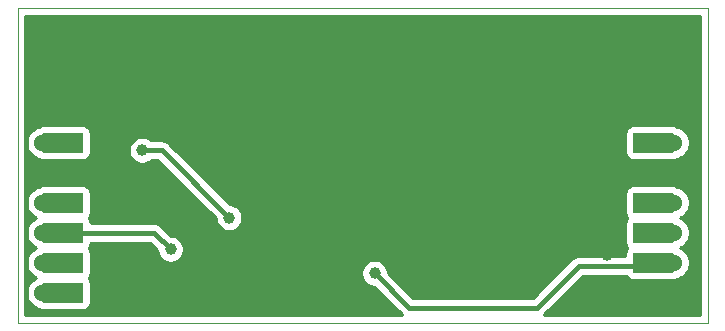
<source format=gbr>
%TF.GenerationSoftware,KiCad,Pcbnew,(5.1.6)-1*%
%TF.CreationDate,2020-12-16T00:39:39+01:00*%
%TF.ProjectId,02_Batt_Alim,30325f42-6174-4745-9f41-6c696d2e6b69,rev?*%
%TF.SameCoordinates,Original*%
%TF.FileFunction,Copper,L2,Bot*%
%TF.FilePolarity,Positive*%
%FSLAX46Y46*%
G04 Gerber Fmt 4.6, Leading zero omitted, Abs format (unit mm)*
G04 Created by KiCad (PCBNEW (5.1.6)-1) date 2020-12-16 00:39:39*
%MOMM*%
%LPD*%
G01*
G04 APERTURE LIST*
%TA.AperFunction,Profile*%
%ADD10C,0.050000*%
%TD*%
%TA.AperFunction,SMDPad,CuDef*%
%ADD11R,2.524000X1.700000*%
%TD*%
%TA.AperFunction,ComponentPad*%
%ADD12C,1.524000*%
%TD*%
%TA.AperFunction,ComponentPad*%
%ADD13R,1.700000X1.700000*%
%TD*%
%TA.AperFunction,SMDPad,CuDef*%
%ADD14R,2.200000X3.300000*%
%TD*%
%TA.AperFunction,ComponentPad*%
%ADD15C,1.000000*%
%TD*%
%TA.AperFunction,ViaPad*%
%ADD16C,1.000000*%
%TD*%
%TA.AperFunction,Conductor*%
%ADD17C,0.400000*%
%TD*%
%TA.AperFunction,Conductor*%
%ADD18C,1.000000*%
%TD*%
%TA.AperFunction,Conductor*%
%ADD19C,0.254000*%
%TD*%
G04 APERTURE END LIST*
D10*
X99441000Y-54610000D02*
X99441000Y-81280000D01*
X157861000Y-54610000D02*
X99441000Y-54610000D01*
X157861000Y-81280000D02*
X157861000Y-54610000D01*
X99441000Y-81280000D02*
X157861000Y-81280000D01*
D11*
%TO.P,J8,1*%
%TO.N,GND*%
X153670000Y-78740000D03*
D12*
X154940000Y-78740000D03*
D13*
X152400000Y-78740000D03*
%TD*%
D11*
%TO.P,J11,1*%
%TO.N,SWITCH_OUT*%
X102870000Y-78740000D03*
D12*
X101600000Y-78740000D03*
D13*
X104140000Y-78740000D03*
%TD*%
D14*
%TO.P,IC1,1*%
%TO.N,GND*%
X117475000Y-62230000D03*
D15*
X118110000Y-63373000D03*
X118110000Y-62230000D03*
X116840000Y-62230000D03*
X116840000Y-63373000D03*
X116840000Y-61087000D03*
X118110000Y-61087000D03*
%TD*%
D11*
%TO.P,J1,1*%
%TO.N,V_ext*%
X102870000Y-66040000D03*
D12*
X101600000Y-66040000D03*
D13*
X104140000Y-66040000D03*
%TD*%
D11*
%TO.P,J2,1*%
%TO.N,GND*%
X102870000Y-68580000D03*
D12*
X101600000Y-68580000D03*
D13*
X104140000Y-68580000D03*
%TD*%
D11*
%TO.P,J3,1*%
%TO.N,5V*%
X153670000Y-66040000D03*
D12*
X154940000Y-66040000D03*
D13*
X152400000Y-66040000D03*
%TD*%
D11*
%TO.P,J4,1*%
%TO.N,GND*%
X153670000Y-68580000D03*
D12*
X154940000Y-68580000D03*
D13*
X152400000Y-68580000D03*
%TD*%
D11*
%TO.P,J5,1*%
%TO.N,V_uC*%
X153670000Y-71120000D03*
D12*
X154940000Y-71120000D03*
D13*
X152400000Y-71120000D03*
%TD*%
D11*
%TO.P,J6,1*%
%TO.N,V_2_uC*%
X153670000Y-73660000D03*
D12*
X154940000Y-73660000D03*
D13*
X152400000Y-73660000D03*
%TD*%
D11*
%TO.P,J7,1*%
%TO.N,uC_2_V*%
X153670000Y-76200000D03*
D12*
X154940000Y-76200000D03*
D13*
X152400000Y-76200000D03*
%TD*%
D11*
%TO.P,J9,1*%
%TO.N,V_BAT+*%
X102870000Y-71120000D03*
D12*
X101600000Y-71120000D03*
D13*
X104140000Y-71120000D03*
%TD*%
D11*
%TO.P,J10,1*%
%TO.N,V_BAT-*%
X102870000Y-73660000D03*
D12*
X101600000Y-73660000D03*
D13*
X104140000Y-73660000D03*
%TD*%
D11*
%TO.P,J12,1*%
%TO.N,SWITCH_IN*%
X102870000Y-76200000D03*
D12*
X101600000Y-76200000D03*
D13*
X104140000Y-76200000D03*
%TD*%
D16*
%TO.N,GND*%
X112522000Y-61722000D03*
X114046000Y-58928000D03*
X108204000Y-66802000D03*
X108458000Y-69596000D03*
X149352000Y-75565000D03*
X114554000Y-66548000D03*
X121285000Y-73660000D03*
X123063000Y-64135000D03*
X138684000Y-63754000D03*
X151384000Y-60325000D03*
X149733000Y-68580000D03*
X132334000Y-73406000D03*
X133604000Y-73406000D03*
X132461000Y-64770000D03*
X101981000Y-57150000D03*
X104521000Y-57150000D03*
X132461000Y-62230000D03*
X132461000Y-59690000D03*
X132461000Y-57150000D03*
X135001000Y-57150000D03*
X137541000Y-57150000D03*
X140081000Y-57150000D03*
X142621000Y-57150000D03*
X145161000Y-57150000D03*
X147701000Y-57150000D03*
X150241000Y-57150000D03*
X152781000Y-57150000D03*
X155321000Y-57150000D03*
X155321000Y-59690000D03*
X155321000Y-62230000D03*
X152781000Y-62230000D03*
%TO.N,V_BAT-*%
X112395000Y-75057000D03*
%TO.N,Net-(IC2-Pad3)*%
X117348000Y-72390000D03*
X109982000Y-66675000D03*
%TO.N,uC_2_V*%
X129667000Y-77089000D03*
%TD*%
D17*
%TO.N,GND*%
X102870000Y-68580000D02*
X104140000Y-68580000D01*
X107442000Y-68580000D02*
X108458000Y-69596000D01*
X104140000Y-68580000D02*
X107442000Y-68580000D01*
X108458000Y-67056000D02*
X108204000Y-66802000D01*
X108458000Y-69596000D02*
X108458000Y-67056000D01*
X110744000Y-58928000D02*
X114046000Y-58928000D01*
X108204000Y-61468000D02*
X110744000Y-58928000D01*
X112522000Y-61722000D02*
X108204000Y-61722000D01*
X108204000Y-66802000D02*
X108204000Y-61722000D01*
X108204000Y-61722000D02*
X108204000Y-61468000D01*
X153670000Y-78740000D02*
X152400000Y-78740000D01*
X153670000Y-68580000D02*
X154940000Y-68580000D01*
X114554000Y-66929000D02*
X114554000Y-66548000D01*
X121285000Y-73660000D02*
X114554000Y-66929000D01*
X114554000Y-63754000D02*
X112522000Y-61722000D01*
X114681000Y-64135000D02*
X114554000Y-64008000D01*
X123063000Y-64135000D02*
X114681000Y-64135000D01*
X114554000Y-66548000D02*
X114554000Y-64008000D01*
X114554000Y-64008000D02*
X114554000Y-63754000D01*
X123444000Y-63754000D02*
X123063000Y-64135000D01*
X142113000Y-60325000D02*
X138684000Y-63754000D01*
X151384000Y-60325000D02*
X142113000Y-60325000D01*
X143510000Y-68580000D02*
X138684000Y-63754000D01*
X149733000Y-68580000D02*
X143510000Y-68580000D01*
X149352000Y-68961000D02*
X149733000Y-68580000D01*
X149352000Y-75565000D02*
X149352000Y-68961000D01*
X132334000Y-63881000D02*
X132461000Y-63754000D01*
X132334000Y-73406000D02*
X132334000Y-63881000D01*
X138684000Y-63754000D02*
X132461000Y-63754000D01*
X132461000Y-63754000D02*
X123444000Y-63754000D01*
X133604000Y-73406000D02*
X132334000Y-73406000D01*
X132461000Y-63754000D02*
X132461000Y-57150000D01*
X132461000Y-57150000D02*
X155321000Y-57150000D01*
X155321000Y-62230000D02*
X155321000Y-57150000D01*
X151384000Y-60833000D02*
X152781000Y-62230000D01*
X151384000Y-60325000D02*
X151384000Y-60833000D01*
X155321000Y-62230000D02*
X152781000Y-62230000D01*
X101981000Y-57150000D02*
X104521000Y-57150000D01*
X101981000Y-59690000D02*
X104521000Y-59690000D01*
X101981000Y-57150000D02*
X101981000Y-59690000D01*
X106172000Y-59690000D02*
X108204000Y-61722000D01*
X104521000Y-59690000D02*
X106172000Y-59690000D01*
%TO.N,5V*%
X153670000Y-66040000D02*
X154940000Y-66040000D01*
%TO.N,V_BAT+*%
X102870000Y-71120000D02*
X104140000Y-71120000D01*
%TO.N,V_BAT-*%
X102870000Y-73660000D02*
X104140000Y-73660000D01*
X110998000Y-73660000D02*
X104140000Y-73660000D01*
X112395000Y-75057000D02*
X110998000Y-73660000D01*
%TO.N,SWITCH_OUT*%
X102870000Y-78740000D02*
X104140000Y-78740000D01*
D18*
%TO.N,V_ext*%
X102870000Y-66040000D02*
X104140000Y-66040000D01*
D17*
%TO.N,SWITCH_IN*%
X102870000Y-76200000D02*
X104140000Y-76200000D01*
%TO.N,Net-(IC2-Pad3)*%
X117348000Y-72390000D02*
X111633000Y-66675000D01*
X111633000Y-66675000D02*
X109982000Y-66675000D01*
%TO.N,V_uC*%
X153670000Y-71120000D02*
X152400000Y-71120000D01*
%TO.N,V_2_uC*%
X153670000Y-73660000D02*
X152400000Y-73660000D01*
%TO.N,uC_2_V*%
X153670000Y-76200000D02*
X152400000Y-76200000D01*
X152134999Y-76465001D02*
X146950001Y-76465001D01*
X152400000Y-76200000D02*
X152134999Y-76465001D01*
X146950001Y-76465001D02*
X143405002Y-80010000D01*
X132588000Y-80010000D02*
X129667000Y-77089000D01*
X134239000Y-80010000D02*
X132588000Y-80010000D01*
X143405002Y-80010000D02*
X134239000Y-80010000D01*
%TD*%
D19*
%TO.N,GND*%
G36*
X157201000Y-80620000D02*
G01*
X143977933Y-80620000D01*
X143998293Y-80603291D01*
X144024448Y-80571421D01*
X147295870Y-77300001D01*
X150963609Y-77300001D01*
X151019463Y-77404494D01*
X151098815Y-77501185D01*
X151195506Y-77580537D01*
X151305820Y-77639502D01*
X151425518Y-77675812D01*
X151550000Y-77688072D01*
X154932000Y-77688072D01*
X155056482Y-77675812D01*
X155176180Y-77639502D01*
X155286494Y-77580537D01*
X155326847Y-77547420D01*
X155347490Y-77543314D01*
X155601727Y-77438005D01*
X155830535Y-77285120D01*
X156025120Y-77090535D01*
X156178005Y-76861727D01*
X156283314Y-76607490D01*
X156337000Y-76337592D01*
X156337000Y-76062408D01*
X156283314Y-75792510D01*
X156178005Y-75538273D01*
X156025120Y-75309465D01*
X155830535Y-75114880D01*
X155601727Y-74961995D01*
X155524485Y-74930000D01*
X155601727Y-74898005D01*
X155830535Y-74745120D01*
X156025120Y-74550535D01*
X156178005Y-74321727D01*
X156283314Y-74067490D01*
X156337000Y-73797592D01*
X156337000Y-73522408D01*
X156283314Y-73252510D01*
X156178005Y-72998273D01*
X156025120Y-72769465D01*
X155830535Y-72574880D01*
X155601727Y-72421995D01*
X155524485Y-72390000D01*
X155601727Y-72358005D01*
X155830535Y-72205120D01*
X156025120Y-72010535D01*
X156178005Y-71781727D01*
X156283314Y-71527490D01*
X156337000Y-71257592D01*
X156337000Y-70982408D01*
X156283314Y-70712510D01*
X156178005Y-70458273D01*
X156025120Y-70229465D01*
X155830535Y-70034880D01*
X155601727Y-69881995D01*
X155347490Y-69776686D01*
X155326847Y-69772580D01*
X155286494Y-69739463D01*
X155176180Y-69680498D01*
X155056482Y-69644188D01*
X154932000Y-69631928D01*
X151550000Y-69631928D01*
X151425518Y-69644188D01*
X151305820Y-69680498D01*
X151195506Y-69739463D01*
X151098815Y-69818815D01*
X151019463Y-69915506D01*
X150960498Y-70025820D01*
X150924188Y-70145518D01*
X150911928Y-70270000D01*
X150911928Y-71970000D01*
X150924188Y-72094482D01*
X150960498Y-72214180D01*
X151019463Y-72324494D01*
X151073222Y-72390000D01*
X151019463Y-72455506D01*
X150960498Y-72565820D01*
X150924188Y-72685518D01*
X150911928Y-72810000D01*
X150911928Y-74510000D01*
X150924188Y-74634482D01*
X150960498Y-74754180D01*
X151019463Y-74864494D01*
X151073222Y-74930000D01*
X151019463Y-74995506D01*
X150960498Y-75105820D01*
X150924188Y-75225518D01*
X150911928Y-75350000D01*
X150911928Y-75630001D01*
X146991019Y-75630001D01*
X146950001Y-75625961D01*
X146908983Y-75630001D01*
X146908982Y-75630001D01*
X146786312Y-75642083D01*
X146628914Y-75689829D01*
X146483855Y-75767365D01*
X146404889Y-75832171D01*
X146356710Y-75871710D01*
X146330564Y-75903569D01*
X143059135Y-79175000D01*
X132933869Y-79175000D01*
X130802000Y-77043133D01*
X130802000Y-76977212D01*
X130758383Y-76757933D01*
X130672824Y-76551376D01*
X130548612Y-76365480D01*
X130390520Y-76207388D01*
X130204624Y-76083176D01*
X129998067Y-75997617D01*
X129778788Y-75954000D01*
X129555212Y-75954000D01*
X129335933Y-75997617D01*
X129129376Y-76083176D01*
X128943480Y-76207388D01*
X128785388Y-76365480D01*
X128661176Y-76551376D01*
X128575617Y-76757933D01*
X128532000Y-76977212D01*
X128532000Y-77200788D01*
X128575617Y-77420067D01*
X128661176Y-77626624D01*
X128785388Y-77812520D01*
X128943480Y-77970612D01*
X129129376Y-78094824D01*
X129335933Y-78180383D01*
X129555212Y-78224000D01*
X129621133Y-78224000D01*
X131968563Y-80571432D01*
X131994709Y-80603291D01*
X132015069Y-80620000D01*
X100101000Y-80620000D01*
X100101000Y-70982408D01*
X100203000Y-70982408D01*
X100203000Y-71257592D01*
X100256686Y-71527490D01*
X100361995Y-71781727D01*
X100514880Y-72010535D01*
X100709465Y-72205120D01*
X100938273Y-72358005D01*
X101015515Y-72390000D01*
X100938273Y-72421995D01*
X100709465Y-72574880D01*
X100514880Y-72769465D01*
X100361995Y-72998273D01*
X100256686Y-73252510D01*
X100203000Y-73522408D01*
X100203000Y-73797592D01*
X100256686Y-74067490D01*
X100361995Y-74321727D01*
X100514880Y-74550535D01*
X100709465Y-74745120D01*
X100938273Y-74898005D01*
X101015515Y-74930000D01*
X100938273Y-74961995D01*
X100709465Y-75114880D01*
X100514880Y-75309465D01*
X100361995Y-75538273D01*
X100256686Y-75792510D01*
X100203000Y-76062408D01*
X100203000Y-76337592D01*
X100256686Y-76607490D01*
X100361995Y-76861727D01*
X100514880Y-77090535D01*
X100709465Y-77285120D01*
X100938273Y-77438005D01*
X101015515Y-77470000D01*
X100938273Y-77501995D01*
X100709465Y-77654880D01*
X100514880Y-77849465D01*
X100361995Y-78078273D01*
X100256686Y-78332510D01*
X100203000Y-78602408D01*
X100203000Y-78877592D01*
X100256686Y-79147490D01*
X100361995Y-79401727D01*
X100514880Y-79630535D01*
X100709465Y-79825120D01*
X100938273Y-79978005D01*
X101192510Y-80083314D01*
X101213153Y-80087420D01*
X101253506Y-80120537D01*
X101363820Y-80179502D01*
X101483518Y-80215812D01*
X101608000Y-80228072D01*
X104990000Y-80228072D01*
X105114482Y-80215812D01*
X105234180Y-80179502D01*
X105344494Y-80120537D01*
X105441185Y-80041185D01*
X105520537Y-79944494D01*
X105579502Y-79834180D01*
X105615812Y-79714482D01*
X105628072Y-79590000D01*
X105628072Y-77890000D01*
X105615812Y-77765518D01*
X105579502Y-77645820D01*
X105520537Y-77535506D01*
X105466778Y-77470000D01*
X105520537Y-77404494D01*
X105579502Y-77294180D01*
X105615812Y-77174482D01*
X105628072Y-77050000D01*
X105628072Y-75350000D01*
X105615812Y-75225518D01*
X105579502Y-75105820D01*
X105520537Y-74995506D01*
X105466778Y-74930000D01*
X105520537Y-74864494D01*
X105579502Y-74754180D01*
X105615812Y-74634482D01*
X105628072Y-74510000D01*
X105628072Y-74495000D01*
X110652133Y-74495000D01*
X111260000Y-75102868D01*
X111260000Y-75168788D01*
X111303617Y-75388067D01*
X111389176Y-75594624D01*
X111513388Y-75780520D01*
X111671480Y-75938612D01*
X111857376Y-76062824D01*
X112063933Y-76148383D01*
X112283212Y-76192000D01*
X112506788Y-76192000D01*
X112726067Y-76148383D01*
X112932624Y-76062824D01*
X113118520Y-75938612D01*
X113276612Y-75780520D01*
X113400824Y-75594624D01*
X113486383Y-75388067D01*
X113530000Y-75168788D01*
X113530000Y-74945212D01*
X113486383Y-74725933D01*
X113400824Y-74519376D01*
X113276612Y-74333480D01*
X113118520Y-74175388D01*
X112932624Y-74051176D01*
X112726067Y-73965617D01*
X112506788Y-73922000D01*
X112440868Y-73922000D01*
X111617446Y-73098579D01*
X111591291Y-73066709D01*
X111464146Y-72962364D01*
X111319087Y-72884828D01*
X111161689Y-72837082D01*
X111039019Y-72825000D01*
X111039018Y-72825000D01*
X110998000Y-72820960D01*
X110956982Y-72825000D01*
X105628072Y-72825000D01*
X105628072Y-72810000D01*
X105615812Y-72685518D01*
X105579502Y-72565820D01*
X105520537Y-72455506D01*
X105466778Y-72390000D01*
X105520537Y-72324494D01*
X105579502Y-72214180D01*
X105615812Y-72094482D01*
X105628072Y-71970000D01*
X105628072Y-70270000D01*
X105615812Y-70145518D01*
X105579502Y-70025820D01*
X105520537Y-69915506D01*
X105441185Y-69818815D01*
X105344494Y-69739463D01*
X105234180Y-69680498D01*
X105114482Y-69644188D01*
X104990000Y-69631928D01*
X101608000Y-69631928D01*
X101483518Y-69644188D01*
X101363820Y-69680498D01*
X101253506Y-69739463D01*
X101213153Y-69772580D01*
X101192510Y-69776686D01*
X100938273Y-69881995D01*
X100709465Y-70034880D01*
X100514880Y-70229465D01*
X100361995Y-70458273D01*
X100256686Y-70712510D01*
X100203000Y-70982408D01*
X100101000Y-70982408D01*
X100101000Y-65902408D01*
X100203000Y-65902408D01*
X100203000Y-66177592D01*
X100256686Y-66447490D01*
X100361995Y-66701727D01*
X100514880Y-66930535D01*
X100709465Y-67125120D01*
X100938273Y-67278005D01*
X101192510Y-67383314D01*
X101213153Y-67387420D01*
X101253506Y-67420537D01*
X101363820Y-67479502D01*
X101483518Y-67515812D01*
X101608000Y-67528072D01*
X104990000Y-67528072D01*
X105114482Y-67515812D01*
X105234180Y-67479502D01*
X105344494Y-67420537D01*
X105441185Y-67341185D01*
X105520537Y-67244494D01*
X105579502Y-67134180D01*
X105615812Y-67014482D01*
X105628072Y-66890000D01*
X105628072Y-66563212D01*
X108847000Y-66563212D01*
X108847000Y-66786788D01*
X108890617Y-67006067D01*
X108976176Y-67212624D01*
X109100388Y-67398520D01*
X109258480Y-67556612D01*
X109444376Y-67680824D01*
X109650933Y-67766383D01*
X109870212Y-67810000D01*
X110093788Y-67810000D01*
X110313067Y-67766383D01*
X110519624Y-67680824D01*
X110705520Y-67556612D01*
X110752132Y-67510000D01*
X111287133Y-67510000D01*
X116213000Y-72435869D01*
X116213000Y-72501788D01*
X116256617Y-72721067D01*
X116342176Y-72927624D01*
X116466388Y-73113520D01*
X116624480Y-73271612D01*
X116810376Y-73395824D01*
X117016933Y-73481383D01*
X117236212Y-73525000D01*
X117459788Y-73525000D01*
X117679067Y-73481383D01*
X117885624Y-73395824D01*
X118071520Y-73271612D01*
X118229612Y-73113520D01*
X118353824Y-72927624D01*
X118439383Y-72721067D01*
X118483000Y-72501788D01*
X118483000Y-72278212D01*
X118439383Y-72058933D01*
X118353824Y-71852376D01*
X118229612Y-71666480D01*
X118071520Y-71508388D01*
X117885624Y-71384176D01*
X117679067Y-71298617D01*
X117459788Y-71255000D01*
X117393869Y-71255000D01*
X112252446Y-66113579D01*
X112226291Y-66081709D01*
X112099146Y-65977364D01*
X111954087Y-65899828D01*
X111796689Y-65852082D01*
X111674019Y-65840000D01*
X111674018Y-65840000D01*
X111633000Y-65835960D01*
X111591982Y-65840000D01*
X110752132Y-65840000D01*
X110705520Y-65793388D01*
X110519624Y-65669176D01*
X110313067Y-65583617D01*
X110093788Y-65540000D01*
X109870212Y-65540000D01*
X109650933Y-65583617D01*
X109444376Y-65669176D01*
X109258480Y-65793388D01*
X109100388Y-65951480D01*
X108976176Y-66137376D01*
X108890617Y-66343933D01*
X108847000Y-66563212D01*
X105628072Y-66563212D01*
X105628072Y-65190000D01*
X150911928Y-65190000D01*
X150911928Y-66890000D01*
X150924188Y-67014482D01*
X150960498Y-67134180D01*
X151019463Y-67244494D01*
X151098815Y-67341185D01*
X151195506Y-67420537D01*
X151305820Y-67479502D01*
X151425518Y-67515812D01*
X151550000Y-67528072D01*
X154932000Y-67528072D01*
X155056482Y-67515812D01*
X155176180Y-67479502D01*
X155286494Y-67420537D01*
X155326847Y-67387420D01*
X155347490Y-67383314D01*
X155601727Y-67278005D01*
X155830535Y-67125120D01*
X156025120Y-66930535D01*
X156178005Y-66701727D01*
X156283314Y-66447490D01*
X156337000Y-66177592D01*
X156337000Y-65902408D01*
X156283314Y-65632510D01*
X156178005Y-65378273D01*
X156025120Y-65149465D01*
X155830535Y-64954880D01*
X155601727Y-64801995D01*
X155347490Y-64696686D01*
X155326847Y-64692580D01*
X155286494Y-64659463D01*
X155176180Y-64600498D01*
X155056482Y-64564188D01*
X154932000Y-64551928D01*
X151550000Y-64551928D01*
X151425518Y-64564188D01*
X151305820Y-64600498D01*
X151195506Y-64659463D01*
X151098815Y-64738815D01*
X151019463Y-64835506D01*
X150960498Y-64945820D01*
X150924188Y-65065518D01*
X150911928Y-65190000D01*
X105628072Y-65190000D01*
X105615812Y-65065518D01*
X105579502Y-64945820D01*
X105520537Y-64835506D01*
X105441185Y-64738815D01*
X105344494Y-64659463D01*
X105234180Y-64600498D01*
X105114482Y-64564188D01*
X104990000Y-64551928D01*
X101608000Y-64551928D01*
X101483518Y-64564188D01*
X101363820Y-64600498D01*
X101253506Y-64659463D01*
X101213153Y-64692580D01*
X101192510Y-64696686D01*
X100938273Y-64801995D01*
X100709465Y-64954880D01*
X100514880Y-65149465D01*
X100361995Y-65378273D01*
X100256686Y-65632510D01*
X100203000Y-65902408D01*
X100101000Y-65902408D01*
X100101000Y-55270000D01*
X157201001Y-55270000D01*
X157201000Y-80620000D01*
G37*
X157201000Y-80620000D02*
X143977933Y-80620000D01*
X143998293Y-80603291D01*
X144024448Y-80571421D01*
X147295870Y-77300001D01*
X150963609Y-77300001D01*
X151019463Y-77404494D01*
X151098815Y-77501185D01*
X151195506Y-77580537D01*
X151305820Y-77639502D01*
X151425518Y-77675812D01*
X151550000Y-77688072D01*
X154932000Y-77688072D01*
X155056482Y-77675812D01*
X155176180Y-77639502D01*
X155286494Y-77580537D01*
X155326847Y-77547420D01*
X155347490Y-77543314D01*
X155601727Y-77438005D01*
X155830535Y-77285120D01*
X156025120Y-77090535D01*
X156178005Y-76861727D01*
X156283314Y-76607490D01*
X156337000Y-76337592D01*
X156337000Y-76062408D01*
X156283314Y-75792510D01*
X156178005Y-75538273D01*
X156025120Y-75309465D01*
X155830535Y-75114880D01*
X155601727Y-74961995D01*
X155524485Y-74930000D01*
X155601727Y-74898005D01*
X155830535Y-74745120D01*
X156025120Y-74550535D01*
X156178005Y-74321727D01*
X156283314Y-74067490D01*
X156337000Y-73797592D01*
X156337000Y-73522408D01*
X156283314Y-73252510D01*
X156178005Y-72998273D01*
X156025120Y-72769465D01*
X155830535Y-72574880D01*
X155601727Y-72421995D01*
X155524485Y-72390000D01*
X155601727Y-72358005D01*
X155830535Y-72205120D01*
X156025120Y-72010535D01*
X156178005Y-71781727D01*
X156283314Y-71527490D01*
X156337000Y-71257592D01*
X156337000Y-70982408D01*
X156283314Y-70712510D01*
X156178005Y-70458273D01*
X156025120Y-70229465D01*
X155830535Y-70034880D01*
X155601727Y-69881995D01*
X155347490Y-69776686D01*
X155326847Y-69772580D01*
X155286494Y-69739463D01*
X155176180Y-69680498D01*
X155056482Y-69644188D01*
X154932000Y-69631928D01*
X151550000Y-69631928D01*
X151425518Y-69644188D01*
X151305820Y-69680498D01*
X151195506Y-69739463D01*
X151098815Y-69818815D01*
X151019463Y-69915506D01*
X150960498Y-70025820D01*
X150924188Y-70145518D01*
X150911928Y-70270000D01*
X150911928Y-71970000D01*
X150924188Y-72094482D01*
X150960498Y-72214180D01*
X151019463Y-72324494D01*
X151073222Y-72390000D01*
X151019463Y-72455506D01*
X150960498Y-72565820D01*
X150924188Y-72685518D01*
X150911928Y-72810000D01*
X150911928Y-74510000D01*
X150924188Y-74634482D01*
X150960498Y-74754180D01*
X151019463Y-74864494D01*
X151073222Y-74930000D01*
X151019463Y-74995506D01*
X150960498Y-75105820D01*
X150924188Y-75225518D01*
X150911928Y-75350000D01*
X150911928Y-75630001D01*
X146991019Y-75630001D01*
X146950001Y-75625961D01*
X146908983Y-75630001D01*
X146908982Y-75630001D01*
X146786312Y-75642083D01*
X146628914Y-75689829D01*
X146483855Y-75767365D01*
X146404889Y-75832171D01*
X146356710Y-75871710D01*
X146330564Y-75903569D01*
X143059135Y-79175000D01*
X132933869Y-79175000D01*
X130802000Y-77043133D01*
X130802000Y-76977212D01*
X130758383Y-76757933D01*
X130672824Y-76551376D01*
X130548612Y-76365480D01*
X130390520Y-76207388D01*
X130204624Y-76083176D01*
X129998067Y-75997617D01*
X129778788Y-75954000D01*
X129555212Y-75954000D01*
X129335933Y-75997617D01*
X129129376Y-76083176D01*
X128943480Y-76207388D01*
X128785388Y-76365480D01*
X128661176Y-76551376D01*
X128575617Y-76757933D01*
X128532000Y-76977212D01*
X128532000Y-77200788D01*
X128575617Y-77420067D01*
X128661176Y-77626624D01*
X128785388Y-77812520D01*
X128943480Y-77970612D01*
X129129376Y-78094824D01*
X129335933Y-78180383D01*
X129555212Y-78224000D01*
X129621133Y-78224000D01*
X131968563Y-80571432D01*
X131994709Y-80603291D01*
X132015069Y-80620000D01*
X100101000Y-80620000D01*
X100101000Y-70982408D01*
X100203000Y-70982408D01*
X100203000Y-71257592D01*
X100256686Y-71527490D01*
X100361995Y-71781727D01*
X100514880Y-72010535D01*
X100709465Y-72205120D01*
X100938273Y-72358005D01*
X101015515Y-72390000D01*
X100938273Y-72421995D01*
X100709465Y-72574880D01*
X100514880Y-72769465D01*
X100361995Y-72998273D01*
X100256686Y-73252510D01*
X100203000Y-73522408D01*
X100203000Y-73797592D01*
X100256686Y-74067490D01*
X100361995Y-74321727D01*
X100514880Y-74550535D01*
X100709465Y-74745120D01*
X100938273Y-74898005D01*
X101015515Y-74930000D01*
X100938273Y-74961995D01*
X100709465Y-75114880D01*
X100514880Y-75309465D01*
X100361995Y-75538273D01*
X100256686Y-75792510D01*
X100203000Y-76062408D01*
X100203000Y-76337592D01*
X100256686Y-76607490D01*
X100361995Y-76861727D01*
X100514880Y-77090535D01*
X100709465Y-77285120D01*
X100938273Y-77438005D01*
X101015515Y-77470000D01*
X100938273Y-77501995D01*
X100709465Y-77654880D01*
X100514880Y-77849465D01*
X100361995Y-78078273D01*
X100256686Y-78332510D01*
X100203000Y-78602408D01*
X100203000Y-78877592D01*
X100256686Y-79147490D01*
X100361995Y-79401727D01*
X100514880Y-79630535D01*
X100709465Y-79825120D01*
X100938273Y-79978005D01*
X101192510Y-80083314D01*
X101213153Y-80087420D01*
X101253506Y-80120537D01*
X101363820Y-80179502D01*
X101483518Y-80215812D01*
X101608000Y-80228072D01*
X104990000Y-80228072D01*
X105114482Y-80215812D01*
X105234180Y-80179502D01*
X105344494Y-80120537D01*
X105441185Y-80041185D01*
X105520537Y-79944494D01*
X105579502Y-79834180D01*
X105615812Y-79714482D01*
X105628072Y-79590000D01*
X105628072Y-77890000D01*
X105615812Y-77765518D01*
X105579502Y-77645820D01*
X105520537Y-77535506D01*
X105466778Y-77470000D01*
X105520537Y-77404494D01*
X105579502Y-77294180D01*
X105615812Y-77174482D01*
X105628072Y-77050000D01*
X105628072Y-75350000D01*
X105615812Y-75225518D01*
X105579502Y-75105820D01*
X105520537Y-74995506D01*
X105466778Y-74930000D01*
X105520537Y-74864494D01*
X105579502Y-74754180D01*
X105615812Y-74634482D01*
X105628072Y-74510000D01*
X105628072Y-74495000D01*
X110652133Y-74495000D01*
X111260000Y-75102868D01*
X111260000Y-75168788D01*
X111303617Y-75388067D01*
X111389176Y-75594624D01*
X111513388Y-75780520D01*
X111671480Y-75938612D01*
X111857376Y-76062824D01*
X112063933Y-76148383D01*
X112283212Y-76192000D01*
X112506788Y-76192000D01*
X112726067Y-76148383D01*
X112932624Y-76062824D01*
X113118520Y-75938612D01*
X113276612Y-75780520D01*
X113400824Y-75594624D01*
X113486383Y-75388067D01*
X113530000Y-75168788D01*
X113530000Y-74945212D01*
X113486383Y-74725933D01*
X113400824Y-74519376D01*
X113276612Y-74333480D01*
X113118520Y-74175388D01*
X112932624Y-74051176D01*
X112726067Y-73965617D01*
X112506788Y-73922000D01*
X112440868Y-73922000D01*
X111617446Y-73098579D01*
X111591291Y-73066709D01*
X111464146Y-72962364D01*
X111319087Y-72884828D01*
X111161689Y-72837082D01*
X111039019Y-72825000D01*
X111039018Y-72825000D01*
X110998000Y-72820960D01*
X110956982Y-72825000D01*
X105628072Y-72825000D01*
X105628072Y-72810000D01*
X105615812Y-72685518D01*
X105579502Y-72565820D01*
X105520537Y-72455506D01*
X105466778Y-72390000D01*
X105520537Y-72324494D01*
X105579502Y-72214180D01*
X105615812Y-72094482D01*
X105628072Y-71970000D01*
X105628072Y-70270000D01*
X105615812Y-70145518D01*
X105579502Y-70025820D01*
X105520537Y-69915506D01*
X105441185Y-69818815D01*
X105344494Y-69739463D01*
X105234180Y-69680498D01*
X105114482Y-69644188D01*
X104990000Y-69631928D01*
X101608000Y-69631928D01*
X101483518Y-69644188D01*
X101363820Y-69680498D01*
X101253506Y-69739463D01*
X101213153Y-69772580D01*
X101192510Y-69776686D01*
X100938273Y-69881995D01*
X100709465Y-70034880D01*
X100514880Y-70229465D01*
X100361995Y-70458273D01*
X100256686Y-70712510D01*
X100203000Y-70982408D01*
X100101000Y-70982408D01*
X100101000Y-65902408D01*
X100203000Y-65902408D01*
X100203000Y-66177592D01*
X100256686Y-66447490D01*
X100361995Y-66701727D01*
X100514880Y-66930535D01*
X100709465Y-67125120D01*
X100938273Y-67278005D01*
X101192510Y-67383314D01*
X101213153Y-67387420D01*
X101253506Y-67420537D01*
X101363820Y-67479502D01*
X101483518Y-67515812D01*
X101608000Y-67528072D01*
X104990000Y-67528072D01*
X105114482Y-67515812D01*
X105234180Y-67479502D01*
X105344494Y-67420537D01*
X105441185Y-67341185D01*
X105520537Y-67244494D01*
X105579502Y-67134180D01*
X105615812Y-67014482D01*
X105628072Y-66890000D01*
X105628072Y-66563212D01*
X108847000Y-66563212D01*
X108847000Y-66786788D01*
X108890617Y-67006067D01*
X108976176Y-67212624D01*
X109100388Y-67398520D01*
X109258480Y-67556612D01*
X109444376Y-67680824D01*
X109650933Y-67766383D01*
X109870212Y-67810000D01*
X110093788Y-67810000D01*
X110313067Y-67766383D01*
X110519624Y-67680824D01*
X110705520Y-67556612D01*
X110752132Y-67510000D01*
X111287133Y-67510000D01*
X116213000Y-72435869D01*
X116213000Y-72501788D01*
X116256617Y-72721067D01*
X116342176Y-72927624D01*
X116466388Y-73113520D01*
X116624480Y-73271612D01*
X116810376Y-73395824D01*
X117016933Y-73481383D01*
X117236212Y-73525000D01*
X117459788Y-73525000D01*
X117679067Y-73481383D01*
X117885624Y-73395824D01*
X118071520Y-73271612D01*
X118229612Y-73113520D01*
X118353824Y-72927624D01*
X118439383Y-72721067D01*
X118483000Y-72501788D01*
X118483000Y-72278212D01*
X118439383Y-72058933D01*
X118353824Y-71852376D01*
X118229612Y-71666480D01*
X118071520Y-71508388D01*
X117885624Y-71384176D01*
X117679067Y-71298617D01*
X117459788Y-71255000D01*
X117393869Y-71255000D01*
X112252446Y-66113579D01*
X112226291Y-66081709D01*
X112099146Y-65977364D01*
X111954087Y-65899828D01*
X111796689Y-65852082D01*
X111674019Y-65840000D01*
X111674018Y-65840000D01*
X111633000Y-65835960D01*
X111591982Y-65840000D01*
X110752132Y-65840000D01*
X110705520Y-65793388D01*
X110519624Y-65669176D01*
X110313067Y-65583617D01*
X110093788Y-65540000D01*
X109870212Y-65540000D01*
X109650933Y-65583617D01*
X109444376Y-65669176D01*
X109258480Y-65793388D01*
X109100388Y-65951480D01*
X108976176Y-66137376D01*
X108890617Y-66343933D01*
X108847000Y-66563212D01*
X105628072Y-66563212D01*
X105628072Y-65190000D01*
X150911928Y-65190000D01*
X150911928Y-66890000D01*
X150924188Y-67014482D01*
X150960498Y-67134180D01*
X151019463Y-67244494D01*
X151098815Y-67341185D01*
X151195506Y-67420537D01*
X151305820Y-67479502D01*
X151425518Y-67515812D01*
X151550000Y-67528072D01*
X154932000Y-67528072D01*
X155056482Y-67515812D01*
X155176180Y-67479502D01*
X155286494Y-67420537D01*
X155326847Y-67387420D01*
X155347490Y-67383314D01*
X155601727Y-67278005D01*
X155830535Y-67125120D01*
X156025120Y-66930535D01*
X156178005Y-66701727D01*
X156283314Y-66447490D01*
X156337000Y-66177592D01*
X156337000Y-65902408D01*
X156283314Y-65632510D01*
X156178005Y-65378273D01*
X156025120Y-65149465D01*
X155830535Y-64954880D01*
X155601727Y-64801995D01*
X155347490Y-64696686D01*
X155326847Y-64692580D01*
X155286494Y-64659463D01*
X155176180Y-64600498D01*
X155056482Y-64564188D01*
X154932000Y-64551928D01*
X151550000Y-64551928D01*
X151425518Y-64564188D01*
X151305820Y-64600498D01*
X151195506Y-64659463D01*
X151098815Y-64738815D01*
X151019463Y-64835506D01*
X150960498Y-64945820D01*
X150924188Y-65065518D01*
X150911928Y-65190000D01*
X105628072Y-65190000D01*
X105615812Y-65065518D01*
X105579502Y-64945820D01*
X105520537Y-64835506D01*
X105441185Y-64738815D01*
X105344494Y-64659463D01*
X105234180Y-64600498D01*
X105114482Y-64564188D01*
X104990000Y-64551928D01*
X101608000Y-64551928D01*
X101483518Y-64564188D01*
X101363820Y-64600498D01*
X101253506Y-64659463D01*
X101213153Y-64692580D01*
X101192510Y-64696686D01*
X100938273Y-64801995D01*
X100709465Y-64954880D01*
X100514880Y-65149465D01*
X100361995Y-65378273D01*
X100256686Y-65632510D01*
X100203000Y-65902408D01*
X100101000Y-65902408D01*
X100101000Y-55270000D01*
X157201001Y-55270000D01*
X157201000Y-80620000D01*
%TD*%
M02*

</source>
